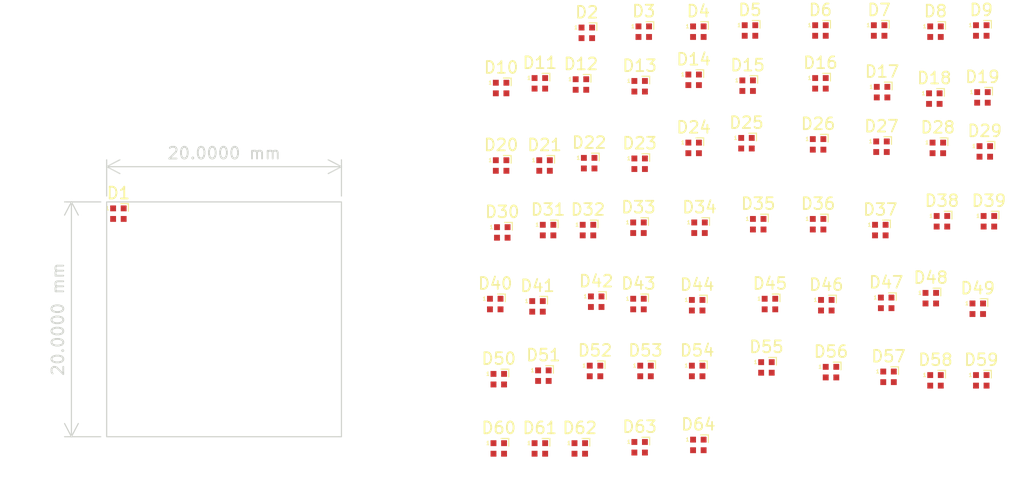
<source format=kicad_pcb>
(kicad_pcb (version 20211014) (generator pcbnew)
  (layers (0 "F.Cu" signal) (31 "B.Cu" signal) (34 "B.Paste" user) (35 "F.Paste" user) (36 "B.SilkS" user "B.Silkscreen") (37 "F.SilkS" user "F.Silkscreen") (38 "B.Mask" user) (39 "F.Mask" user) (44 "Edge.Cuts" user))
  (net 0 "")
  (net 1 "Net-(D1-Pad1)")
  (net 2 "GND")
  (net 3 "DIN")
  (net 4 "+5V")
  (net 5 "Net-(D2-Pad1)")
  (net 6 "Net-(D3-Pad1)")
  (net 7 "Net-(D4-Pad1)")
  (net 8 "Net-(D5-Pad1)")
  (net 9 "Net-(D6-Pad1)")
  (net 10 "Net-(D7-Pad1)")
  (net 11 "Net-(D9-Pad3)")
  (net 12 "Net-(D10-Pad3)")
  (net 13 "Net-(D10-Pad1)")
  (net 14 "Net-(D11-Pad1)")
  (net 15 "Net-(D12-Pad1)")
  (net 16 "Net-(D13-Pad1)")
  (net 17 "Net-(D14-Pad1)")
  (net 18 "Net-(D15-Pad1)")
  (net 19 "Net-(D17-Pad3)")
  (net 20 "Net-(D17-Pad1)")
  (net 21 "Net-(D18-Pad1)")
  (net 22 "Net-(D19-Pad1)")
  (net 23 "Net-(D20-Pad1)")
  (net 24 "Net-(D21-Pad1)")
  (net 25 "Net-(D22-Pad1)")
  (net 26 "Net-(D23-Pad1)")
  (net 27 "Net-(D24-Pad1)")
  (net 28 "Net-(D25-Pad1)")
  (net 29 "Net-(D26-Pad1)")
  (net 30 "Net-(D27-Pad1)")
  (net 31 "Net-(D28-Pad1)")
  (net 32 "Net-(D29-Pad1)")
  (net 33 "Net-(D30-Pad1)")
  (net 34 "Net-(D31-Pad1)")
  (net 35 "Net-(D32-Pad1)")
  (net 36 "Net-(D33-Pad1)")
  (net 37 "Net-(D34-Pad1)")
  (net 38 "Net-(D35-Pad1)")
  (net 39 "Net-(D36-Pad1)")
  (net 40 "Net-(D37-Pad1)")
  (net 41 "Net-(D38-Pad1)")
  (net 42 "Net-(D39-Pad1)")
  (net 43 "Net-(D41-Pad3)")
  (net 44 "Net-(D41-Pad1)")
  (net 45 "Net-(D42-Pad1)")
  (net 46 "Net-(D43-Pad1)")
  (net 47 "Net-(D44-Pad1)")
  (net 48 "Net-(D45-Pad1)")
  (net 49 "Net-(D46-Pad1)")
  (net 50 "Net-(D47-Pad1)")
  (net 51 "Net-(D49-Pad3)")
  (net 52 "Net-(D49-Pad1)")
  (net 53 "Net-(D50-Pad1)")
  (net 54 "Net-(D51-Pad1)")
  (net 55 "Net-(D52-Pad1)")
  (net 56 "Net-(D53-Pad1)")
  (net 57 "Net-(D54-Pad1)")
  (net 58 "Net-(D55-Pad1)")
  (net 59 "Net-(D56-Pad1)")
  (net 60 "Net-(D57-Pad1)")
  (net 61 "Net-(D58-Pad1)")
  (net 62 "Net-(D59-Pad1)")
  (net 63 "Net-(D60-Pad1)")
  (net 64 "Net-(D61-Pad1)")
  (net 65 "Net-(D62-Pad1)")
  (net 66 "Net-(D63-Pad1)")
  (net 67 "DOUT")
  (footprint "LED_SMD:LED_SK6812_EC15_1.5x1.5mm" (layer "F.Cu") (at 204.5 104.2)
    (fp_text reference "D59" (at 0 -1.75) (layer "F.SilkS"))
    (fp_text value "SK6805")
    (fp_text user "1" (at -0.925 -0.45) (layer "F.SilkS") (effects (font (size 0.3 0.3) (thickness 0.075))))
    (pad "1" smd rect (at -0.45 -0.45) (size 0.5 0.5) (layers "F.Cu" "F.Paste" "F.Mask") (net 62 "Net-(D59-Pad1)"))
    (pad "2" smd rect (at -0.45 0.45) (size 0.5 0.5) (layers "F.Cu" "F.Paste" "F.Mask") (net 2 "GND"))
    (pad "3" smd rect (at 0.45 0.45) (size 0.5 0.5) (layers "F.Cu" "F.Paste" "F.Mask") (net 61 "Net-(D58-Pad1)"))
    (pad "4" smd rect (at 0.45 -0.45) (size 0.5 0.5) (layers "F.Cu" "F.Paste" "F.Mask") (net 4 "+5V"))
  )
  (footprint "LED_SMD:LED_SK6812_EC15_1.5x1.5mm" (layer "F.Cu") (at 180.3 103.4)
    (fp_text reference "D54" (at 0 -1.75) (layer "F.SilkS"))
    (fp_text value "SK6805")
    (fp_text user "1" (at -0.925 -0.45) (layer "F.SilkS") (effects (font (size 0.3 0.3) (thickness 0.075))))
    (pad "1" smd rect (at -0.45 -0.45) (size 0.5 0.5) (layers "F.Cu" "F.Paste" "F.Mask") (net 57 "Net-(D54-Pad1)"))
    (pad "2" smd rect (at -0.45 0.45) (size 0.5 0.5) (layers "F.Cu" "F.Paste" "F.Mask") (net 2 "GND"))
    (pad "3" smd rect (at 0.45 0.45) (size 0.5 0.5) (layers "F.Cu" "F.Paste" "F.Mask") (net 56 "Net-(D53-Pad1)"))
    (pad "4" smd rect (at 0.45 -0.45) (size 0.5 0.5) (layers "F.Cu" "F.Paste" "F.Mask") (net 4 "+5V"))
  )
  (footprint "LED_SMD:LED_SK6812_EC15_1.5x1.5mm" (layer "F.Cu") (at 184.6 79.1)
    (fp_text reference "D15" (at 0 -1.75) (layer "F.SilkS"))
    (fp_text value "SK6805")
    (fp_text user "1" (at -0.925 -0.45) (layer "F.SilkS") (effects (font (size 0.3 0.3) (thickness 0.075))))
    (pad "1" smd rect (at -0.45 -0.45) (size 0.5 0.5) (layers "F.Cu" "F.Paste" "F.Mask") (net 18 "Net-(D15-Pad1)"))
    (pad "2" smd rect (at -0.45 0.45) (size 0.5 0.5) (layers "F.Cu" "F.Paste" "F.Mask") (net 2 "GND"))
    (pad "3" smd rect (at 0.45 0.45) (size 0.5 0.5) (layers "F.Cu" "F.Paste" "F.Mask") (net 17 "Net-(D14-Pad1)"))
    (pad "4" smd rect (at 0.45 -0.45) (size 0.5 0.5) (layers "F.Cu" "F.Paste" "F.Mask") (net 4 "+5V"))
  )
  (footprint "LED_SMD:LED_SK6812_EC15_1.5x1.5mm" (layer "F.Cu") (at 175.75 74.5)
    (fp_text reference "D3" (at 0 -1.75) (layer "F.SilkS"))
    (fp_text value "SK6805")
    (fp_text user "1" (at -0.925 -0.45) (layer "F.SilkS") (effects (font (size 0.3 0.3) (thickness 0.075))))
    (pad "1" smd rect (at -0.45 -0.45) (size 0.5 0.5) (layers "F.Cu" "F.Paste" "F.Mask") (net 6 "Net-(D3-Pad1)"))
    (pad "2" smd rect (at -0.45 0.45) (size 0.5 0.5) (layers "F.Cu" "F.Paste" "F.Mask") (net 2 "GND"))
    (pad "3" smd rect (at 0.45 0.45) (size 0.5 0.5) (layers "F.Cu" "F.Paste" "F.Mask") (net 5 "Net-(D2-Pad1)"))
    (pad "4" smd rect (at 0.45 -0.45) (size 0.5 0.5) (layers "F.Cu" "F.Paste" "F.Mask") (net 4 "+5V"))
  )
  (footprint "LED_SMD:LED_SK6812_EC15_1.5x1.5mm" (layer "F.Cu") (at 196.4 97.6)
    (fp_text reference "D47" (at 0 -1.75) (layer "F.SilkS"))
    (fp_text value "SK6805")
    (fp_text user "1" (at -0.925 -0.45) (layer "F.SilkS") (effects (font (size 0.3 0.3) (thickness 0.075))))
    (pad "1" smd rect (at -0.45 -0.45) (size 0.5 0.5) (layers "F.Cu" "F.Paste" "F.Mask") (net 50 "Net-(D47-Pad1)"))
    (pad "2" smd rect (at -0.45 0.45) (size 0.5 0.5) (layers "F.Cu" "F.Paste" "F.Mask") (net 2 "GND"))
    (pad "3" smd rect (at 0.45 0.45) (size 0.5 0.5) (layers "F.Cu" "F.Paste" "F.Mask") (net 49 "Net-(D46-Pad1)"))
    (pad "4" smd rect (at 0.45 -0.45) (size 0.5 0.5) (layers "F.Cu" "F.Paste" "F.Mask") (net 4 "+5V"))
  )
  (footprint "LED_SMD:LED_SK6812_EC15_1.5x1.5mm" (layer "F.Cu") (at 175.4 85.75)
    (fp_text reference "D23" (at 0 -1.75) (layer "F.SilkS"))
    (fp_text value "SK6805")
    (fp_text user "1" (at -0.925 -0.45) (layer "F.SilkS") (effects (font (size 0.3 0.3) (thickness 0.075))))
    (pad "1" smd rect (at -0.45 -0.45) (size 0.5 0.5) (layers "F.Cu" "F.Paste" "F.Mask") (net 26 "Net-(D23-Pad1)"))
    (pad "2" smd rect (at -0.45 0.45) (size 0.5 0.5) (layers "F.Cu" "F.Paste" "F.Mask") (net 2 "GND"))
    (pad "3" smd rect (at 0.45 0.45) (size 0.5 0.5) (layers "F.Cu" "F.Paste" "F.Mask") (net 25 "Net-(D22-Pad1)"))
    (pad "4" smd rect (at 0.45 -0.45) (size 0.5 0.5) (layers "F.Cu" "F.Paste" "F.Mask") (net 4 "+5V"))
  )
  (footprint "LED_SMD:LED_SK6812_EC15_1.5x1.5mm" (layer "F.Cu") (at 190.6 84.1)
    (fp_text reference "D26" (at 0 -1.75) (layer "F.SilkS"))
    (fp_text value "SK6805")
    (fp_text user "1" (at -0.925 -0.45) (layer "F.SilkS") (effects (font (size 0.3 0.3) (thickness 0.075))))
    (pad "1" smd rect (at -0.45 -0.45) (size 0.5 0.5) (layers "F.Cu" "F.Paste" "F.Mask") (net 29 "Net-(D26-Pad1)"))
    (pad "2" smd rect (at -0.45 0.45) (size 0.5 0.5) (layers "F.Cu" "F.Paste" "F.Mask") (net 2 "GND"))
    (pad "3" smd rect (at 0.45 0.45) (size 0.5 0.5) (layers "F.Cu" "F.Paste" "F.Mask") (net 28 "Net-(D25-Pad1)"))
    (pad "4" smd rect (at 0.45 -0.45) (size 0.5 0.5) (layers "F.Cu" "F.Paste" "F.Mask") (net 4 "+5V"))
  )
  (footprint "LED_SMD:LED_SK6812_EC15_1.5x1.5mm" (layer "F.Cu") (at 191.7 103.5)
    (fp_text reference "D56" (at 0 -1.75) (layer "F.SilkS"))
    (fp_text value "SK6805")
    (fp_text user "1" (at -0.925 -0.45) (layer "F.SilkS") (effects (font (size 0.3 0.3) (thickness 0.075))))
    (pad "1" smd rect (at -0.45 -0.45) (size 0.5 0.5) (layers "F.Cu" "F.Paste" "F.Mask") (net 59 "Net-(D56-Pad1)"))
    (pad "2" smd rect (at -0.45 0.45) (size 0.5 0.5) (layers "F.Cu" "F.Paste" "F.Mask") (net 2 "GND"))
    (pad "3" smd rect (at 0.45 0.45) (size 0.5 0.5) (layers "F.Cu" "F.Paste" "F.Mask") (net 58 "Net-(D55-Pad1)"))
    (pad "4" smd rect (at 0.45 -0.45) (size 0.5 0.5) (layers "F.Cu" "F.Paste" "F.Mask") (net 4 "+5V"))
  )
  (footprint "LED_SMD:LED_SK6812_EC15_1.5x1.5mm" (layer "F.Cu") (at 186.2 103.1)
    (fp_text reference "D55" (at 0 -1.75) (layer "F.SilkS"))
    (fp_text value "SK6805")
    (fp_text user "1" (at -0.925 -0.45) (layer "F.SilkS") (effects (font (size 0.3 0.3) (thickness 0.075))))
    (pad "1" smd rect (at -0.45 -0.45) (size 0.5 0.5) (layers "F.Cu" "F.Paste" "F.Mask") (net 58 "Net-(D55-Pad1)"))
    (pad "2" smd rect (at -0.45 0.45) (size 0.5 0.5) (layers "F.Cu" "F.Paste" "F.Mask") (net 2 "GND"))
    (pad "3" smd rect (at 0.45 0.45) (size 0.5 0.5) (layers "F.Cu" "F.Paste" "F.Mask") (net 57 "Net-(D54-Pad1)"))
    (pad "4" smd rect (at 0.45 -0.45) (size 0.5 0.5) (layers "F.Cu" "F.Paste" "F.Mask") (net 4 "+5V"))
  )
  (footprint "LED_SMD:LED_SK6812_EC15_1.5x1.5mm" (layer "F.Cu") (at 186.5 97.7)
    (fp_text reference "D45" (at 0 -1.75) (layer "F.SilkS"))
    (fp_text value "SK6805")
    (fp_text user "1" (at -0.925 -0.45) (layer "F.SilkS") (effects (font (size 0.3 0.3) (thickness 0.075))))
    (pad "1" smd rect (at -0.45 -0.45) (size 0.5 0.5) (layers "F.Cu" "F.Paste" "F.Mask") (net 48 "Net-(D45-Pad1)"))
    (pad "2" smd rect (at -0.45 0.45) (size 0.5 0.5) (layers "F.Cu" "F.Paste" "F.Mask") (net 2 "GND"))
    (pad "3" smd rect (at 0.45 0.45) (size 0.5 0.5) (layers "F.Cu" "F.Paste" "F.Mask") (net 47 "Net-(D44-Pad1)"))
    (pad "4" smd rect (at 0.45 -0.45) (size 0.5 0.5) (layers "F.Cu" "F.Paste" "F.Mask") (net 4 "+5V"))
  )
  (footprint "LED_SMD:LED_SK6812_EC15_1.5x1.5mm" (layer "F.Cu") (at 171 91.4)
    (fp_text reference "D32" (at 0 -1.75) (layer "F.SilkS"))
    (fp_text value "SK6805")
    (fp_text user "1" (at -0.925 -0.45) (layer "F.SilkS") (effects (font (size 0.3 0.3) (thickness 0.075))))
    (pad "1" smd rect (at -0.45 -0.45) (size 0.5 0.5) (layers "F.Cu" "F.Paste" "F.Mask") (net 35 "Net-(D32-Pad1)"))
    (pad "2" smd rect (at -0.45 0.45) (size 0.5 0.5) (layers "F.Cu" "F.Paste" "F.Mask") (net 2 "GND"))
    (pad "3" smd rect (at 0.45 0.45) (size 0.5 0.5) (layers "F.Cu" "F.Paste" "F.Mask") (net 34 "Net-(D31-Pad1)"))
    (pad "4" smd rect (at 0.45 -0.45) (size 0.5 0.5) (layers "F.Cu" "F.Paste" "F.Mask") (net 4 "+5V"))
  )
  (footprint "LED_SMD:LED_SK6812_EC15_1.5x1.5mm" (layer "F.Cu") (at 185.5 90.9)
    (fp_text reference "D35" (at 0 -1.75) (layer "F.SilkS"))
    (fp_text value "SK6805")
    (fp_text user "1" (at -0.925 -0.45) (layer "F.SilkS") (effects (font (size 0.3 0.3) (thickness 0.075))))
    (pad "1" smd rect (at -0.45 -0.45) (size 0.5 0.5) (layers "F.Cu" "F.Paste" "F.Mask") (net 38 "Net-(D35-Pad1)"))
    (pad "2" smd rect (at -0.45 0.45) (size 0.5 0.5) (layers "F.Cu" "F.Paste" "F.Mask") (net 2 "GND"))
    (pad "3" smd rect (at 0.45 0.45) (size 0.5 0.5) (layers "F.Cu" "F.Paste" "F.Mask") (net 37 "Net-(D34-Pad1)"))
    (pad "4" smd rect (at 0.45 -0.45) (size 0.5 0.5) (layers "F.Cu" "F.Paste" "F.Mask") (net 4 "+5V"))
  )
  (footprint "LED_SMD:LED_SK6812_EC15_1.5x1.5mm" (layer "F.Cu") (at 180.3 97.8)
    (fp_text reference "D44" (at 0 -1.75) (layer "F.SilkS"))
    (fp_text value "SK6805")
    (fp_text user "1" (at -0.925 -0.45) (layer "F.SilkS") (effects (font (size 0.3 0.3) (thickness 0.075))))
    (pad "1" smd rect (at -0.45 -0.45) (size 0.5 0.5) (layers "F.Cu" "F.Paste" "F.Mask") (net 47 "Net-(D44-Pad1)"))
    (pad "2" smd rect (at -0.45 0.45) (size 0.5 0.5) (layers "F.Cu" "F.Paste" "F.Mask") (net 2 "GND"))
    (pad "3" smd rect (at 0.45 0.45) (size 0.5 0.5) (layers "F.Cu" "F.Paste" "F.Mask") (net 46 "Net-(D43-Pad1)"))
    (pad "4" smd rect (at 0.45 -0.45) (size 0.5 0.5) (layers "F.Cu" "F.Paste" "F.Mask") (net 4 "+5V"))
  )
  (footprint "LED_SMD:LED_SK6812_EC15_1.5x1.5mm" (layer "F.Cu") (at 131 90)
    (fp_text reference "D1" (at 0 -1.75) (layer "F.SilkS"))
    (fp_text value "SK6805")
    (fp_text user "1" (at -0.925 -0.45) (layer "F.SilkS") (effects (font (size 0.3 0.3) (thickness 0.075))))
    (pad "1" smd rect (at -0.45 -0.45) (size 0.5 0.5) (layers "F.Cu" "F.Paste" "F.Mask") (net 1 "Net-(D1-Pad1)"))
    (pad "2" smd rect (at -0.45 0.45) (size 0.5 0.5) (layers "F.Cu" "F.Paste" "F.Mask") (net 2 "GND"))
    (pad "3" smd rect (at 0.45 0.45) (size 0.5 0.5) (layers "F.Cu" "F.Paste" "F.Mask") (net 3 "DIN"))
    (pad "4" smd rect (at 0.45 -0.45) (size 0.5 0.5) (layers "F.Cu" "F.Paste" "F.Mask") (net 4 "+5V"))
  )
  (footprint "LED_SMD:LED_SK6812_EC15_1.5x1.5mm" (layer "F.Cu") (at 163.6 85.9)
    (fp_text reference "D20" (at 0 -1.75) (layer "F.SilkS"))
    (fp_text value "SK6805")
    (fp_text user "1" (at -0.925 -0.45) (layer "F.SilkS") (effects (font (size 0.3 0.3) (thickness 0.075))))
    (pad "1" smd rect (at -0.45 -0.45) (size 0.5 0.5) (layers "F.Cu" "F.Paste" "F.Mask") (net 23 "Net-(D20-Pad1)"))
    (pad "2" smd rect (at -0.45 0.45) (size 0.5 0.5) (layers "F.Cu" "F.Paste" "F.Mask") (net 2 "GND"))
    (pad "3" smd rect (at 0.45 0.45) (size 0.5 0.5) (layers "F.Cu" "F.Paste" "F.Mask") (net 22 "Net-(D19-Pad1)"))
    (pad "4" smd rect (at 0.45 -0.45) (size 0.5 0.5) (layers "F.Cu" "F.Paste" "F.Mask") (net 4 "+5V"))
  )
  (footprint "LED_SMD:LED_SK6812_EC15_1.5x1.5mm" (layer "F.Cu") (at 200.6 104.2)
    (fp_text reference "D58" (at 0 -1.75) (layer "F.SilkS"))
    (fp_text value "SK6805")
    (fp_text user "1" (at -0.925 -0.45) (layer "F.SilkS") (effects (font (size 0.3 0.3) (thickness 0.075))))
    (pad "1" smd rect (at -0.45 -0.45) (size 0.5 0.5) (layers "F.Cu" "F.Paste" "F.Mask") (net 61 "Net-(D58-Pad1)"))
    (pad "2" smd rect (at -0.45 0.45) (size 0.5 0.5) (layers "F.Cu" "F.Paste" "F.Mask") (net 2 "GND"))
    (pad "3" smd rect (at 0.45 0.45) (size 0.5 0.5) (layers "F.Cu" "F.Paste" "F.Mask") (net 60 "Net-(D57-Pad1)"))
    (pad "4" smd rect (at 0.45 -0.45) (size 0.5 0.5) (layers "F.Cu" "F.Paste" "F.Mask") (net 4 "+5V"))
  )
  (footprint "LED_SMD:LED_SK6812_EC15_1.5x1.5mm" (layer "F.Cu") (at 175.4 109.9)
    (fp_text reference "D63" (at 0 -1.75) (layer "F.SilkS"))
    (fp_text value "SK6805")
    (fp_text user "1" (at -0.925 -0.45) (layer "F.SilkS") (effects (font (size 0.3 0.3) (thickness 0.075))))
    (pad "1" smd rect (at -0.45 -0.45) (size 0.5 0.5) (layers "F.Cu" "F.Paste" "F.Mask") (net 66 "Net-(D63-Pad1)"))
    (pad "2" smd rect (at -0.45 0.45) (size 0.5 0.5) (layers "F.Cu" "F.Paste" "F.Mask") (net 2 "GND"))
    (pad "3" smd rect (at 0.45 0.45) (size 0.5 0.5) (layers "F.Cu" "F.Paste" "F.Mask") (net 65 "Net-(D62-Pad1)"))
    (pad "4" smd rect (at 0.45 -0.45) (size 0.5 0.5) (layers "F.Cu" "F.Paste" "F.Mask") (net 4 "+5V"))
  )
  (footprint "LED_SMD:LED_SK6812_EC15_1.5x1.5mm" (layer "F.Cu") (at 163.1 97.7)
    (fp_text reference "D40" (at 0 -1.75) (layer "F.SilkS"))
    (fp_text value "SK6805")
    (fp_text user "1" (at -0.925 -0.45) (layer "F.SilkS") (effects (font (size 0.3 0.3) (thickness 0.075))))
    (pad "1" smd rect (at -0.45 -0.45) (size 0.5 0.5) (layers "F.Cu" "F.Paste" "F.Mask") (net 43 "Net-(D41-Pad3)"))
    (pad "2" smd rect (at -0.45 0.45) (size 0.5 0.5) (layers "F.Cu" "F.Paste" "F.Mask") (net 2 "GND"))
    (pad "3" smd rect (at 0.45 0.45) (size 0.5 0.5) (layers "F.Cu" "F.Paste" "F.Mask") (net 42 "Net-(D39-Pad1)"))
    (pad "4" smd rect (at 0.45 -0.45) (size 0.5 0.5) (layers "F.Cu" "F.Paste" "F.Mask") (net 4 "+5V"))
  )
  (footprint "LED_SMD:LED_SK6812_EC15_1.5x1.5mm" (layer "F.Cu") (at 170.3 110)
    (fp_text reference "D62" (at 0 -1.75) (layer "F.SilkS"))
    (fp_text value "SK6805")
    (fp_text user "1" (at -0.925 -0.45) (layer "F.SilkS") (effects (font (size 0.3 0.3) (thickness 0.075))))
    (pad "1" smd rect (at -0.45 -0.45) (size 0.5 0.5) (layers "F.Cu" "F.Paste" "F.Mask") (net 65 "Net-(D62-Pad1)"))
    (pad "2" smd rect (at -0.45 0.45) (size 0.5 0.5) (layers "F.Cu" "F.Paste" "F.Mask") (net 2 "GND"))
    (pad "3" smd rect (at 0.45 0.45) (size 0.5 0.5) (layers "F.Cu" "F.Paste" "F.Mask") (net 64 "Net-(D61-Pad1)"))
    (pad "4" smd rect (at 0.45 -0.45) (size 0.5 0.5) (layers "F.Cu" "F.Paste" "F.Mask") (net 4 "+5V"))
  )
  (footprint "LED_SMD:LED_SK6812_EC15_1.5x1.5mm" (layer "F.Cu") (at 180.4 109.7)
    (fp_text reference "D64" (at 0 -1.75) (layer "F.SilkS"))
    (fp_text value "SK6805")
    (fp_text user "1" (at -0.925 -0.45) (layer "F.SilkS") (effects (font (size 0.3 0.3) (thickness 0.075))))
    (pad "1" smd rect (at -0.45 -0.45) (size 0.5 0.5) (layers "F.Cu" "F.Paste" "F.Mask") (net 67 "DOUT"))
    (pad "2" smd rect (at -0.45 0.45) (size 0.5 0.5) (layers "F.Cu" "F.Paste" "F.Mask") (net 2 "GND"))
    (pad "3" smd rect (at 0.45 0.45) (size 0.5 0.5) (layers "F.Cu" "F.Paste" "F.Mask") (net 66 "Net-(D63-Pad1)"))
    (pad "4" smd rect (at 0.45 -0.45) (size 0.5 0.5) (layers "F.Cu" "F.Paste" "F.Mask") (net 4 "+5V"))
  )
  (footprint "LED_SMD:LED_SK6812_EC15_1.5x1.5mm" (layer "F.Cu") (at 175.3 97.7)
    (fp_text reference "D43" (at 0 -1.75) (layer "F.SilkS"))
    (fp_text value "SK6805")
    (fp_text user "1" (at -0.925 -0.45) (layer "F.SilkS") (effects (font (size 0.3 0.3) (thickness 0.075))))
    (pad "1" smd rect (at -0.45 -0.45) (size 0.5 0.5) (layers "F.Cu" "F.Paste" "F.Mask") (net 46 "Net-(D43-Pad1)"))
    (pad "2" smd rect (at -0.45 0.45) (size 0.5 0.5) (layers "F.Cu" "F.Paste" "F.Mask") (net 2 "GND"))
    (pad "3" smd rect (at 0.45 0.45) (size 0.5 0.5) (layers "F.Cu" "F.Paste" "F.Mask") (net 45 "Net-(D42-Pad1)"))
    (pad "4" smd rect (at 0.45 -0.45) (size 0.5 0.5) (layers "F.Cu" "F.Paste" "F.Mask") (net 4 "+5V"))
  )
  (footprint "LED_SMD:LED_SK6812_EC15_1.5x1.5mm" (layer "F.Cu") (at 204.2 98.1)
    (fp_text reference "D49" (at 0 -1.75) (layer "F.SilkS"))
    (fp_text value "SK6805")
    (fp_text user "1" (at -0.925 -0.45) (layer "F.SilkS") (effects (font (size 0.3 0.3) (thickness 0.075))))
    (pad "1" smd rect (at -0.45 -0.45) (size 0.5 0.5) (layers "F.Cu" "F.Paste" "F.Mask") (net 52 "Net-(D49-Pad1)"))
    (pad "2" smd rect (at -0.45 0.45) (size 0.5 0.5) (layers "F.Cu" "F.Paste" "F.Mask") (net 2 "GND"))
    (pad "3" smd rect (at 0.45 0.45) (size 0.5 0.5) (layers "F.Cu" "F.Paste" "F.Mask") (net 51 "Net-(D49-Pad3)"))
    (pad "4" smd rect (at 0.45 -0.45) (size 0.5 0.5) (layers "F.Cu" "F.Paste" "F.Mask") (net 4 "+5V"))
  )
  (footprint "LED_SMD:LED_SK6812_EC15_1.5x1.5mm" (layer "F.Cu") (at 200.5 80.2)
    (fp_text reference "D18" (at 0 -1.75) (layer "F.SilkS"))
    (fp_text value "SK6805")
    (fp_text user "1" (at -0.925 -0.45) (layer "F.SilkS") (effects (font (size 0.3 0.3) (thickness 0.075))))
    (pad "1" smd rect (at -0.45 -0.45) (size 0.5 0.5) (layers "F.Cu" "F.Paste" "F.Mask") (net 21 "Net-(D18-Pad1)"))
    (pad "2" smd rect (at -0.45 0.45) (size 0.5 0.5) (layers "F.Cu" "F.Paste" "F.Mask") (net 2 "GND"))
    (pad "3" smd rect (at 0.45 0.45) (size 0.5 0.5) (layers "F.Cu" "F.Paste" "F.Mask") (net 20 "Net-(D17-Pad1)"))
    (pad "4" smd rect (at 0.45 -0.45) (size 0.5 0.5) (layers "F.Cu" "F.Paste" "F.Mask") (net 4 "+5V"))
  )
  (footprint "LED_SMD:LED_SK6812_EC15_1.5x1.5mm" (layer "F.Cu") (at 205.15 90.65)
    (fp_text reference "D39" (at 0 -1.75) (layer "F.SilkS"))
    (fp_text value "SK6805")
    (fp_text user "1" (at -0.925 -0.45) (layer "F.SilkS") (effects (font (size 0.3 0.3) (thickness 0.075))))
    (pad "1" smd rect (at -0.45 -0.45) (size 0.5 0.5) (layers "F.Cu" "F.Paste" "F.Mask") (net 42 "Net-(D39-Pad1)"))
    (pad "2" smd rect (at -0.45 0.45) (size 0.5 0.5) (layers "F.Cu" "F.Paste" "F.Mask") (net 2 "GND"))
    (pad "3" smd rect (at 0.45 0.45) (size 0.5 0.5) (layers "F.Cu" "F.Paste" "F.Mask") (net 41 "Net-(D38-Pad1)"))
    (pad "4" smd rect (at 0.45 -0.45) (size 0.5 0.5) (layers "F.Cu" "F.Paste" "F.Mask") (net 4 "+5V"))
  )
  (footprint "LED_SMD:LED_SK6812_EC15_1.5x1.5mm" (layer "F.Cu") (at 195.9 91.4)
    (fp_text reference "D37" (at 0 -1.75) (layer "F.SilkS"))
    (fp_text value "SK6805")
    (fp_text user "1" (at -0.925 -0.45) (layer "F.SilkS") (effects (font (size 0.3 0.3) (thickness 0.075))))
    (pad "1" smd rect (at -0.45 -0.45) (size 0.5 0.5) (layers "F.Cu" "F.Paste" "F.Mask") (net 40 "Net-(D37-Pad1)"))
    (pad "2" smd rect (at -0.45 0.45) (size 0.5 0.5) (layers "F.Cu" "F.Paste" "F.Mask") (net 2 "GND"))
    (pad "3" smd rect (at 0.45 0.45) (size 0.5 0.5) (layers "F.Cu" "F.Paste" "F.Mask") (net 39 "Net-(D36-Pad1)"))
    (pad "4" smd rect (at 0.45 -0.45) (size 0.5 0.5) (layers "F.Cu" "F.Paste" "F.Mask") (net 4 "+5V"))
  )
  (footprint "LED_SMD:LED_SK6812_EC15_1.5x1.5mm" (layer "F.Cu") (at 171.7 97.5)
    (fp_text reference "D42" (at 0 -1.75) (layer "F.SilkS"))
    (fp_text value "SK6805")
    (fp_text user "1" (at -0.925 -0.45) (layer "F.SilkS") (effects (font (size 0.3 0.3) (thickness 0.075))))
    (pad "1" smd rect (at -0.45 -0.45) (size 0.5 0.5) (layers "F.Cu" "F.Paste" "F.Mask") (net 45 "Net-(D42-Pad1)"))
    (pad "2" smd rect (at -0.45 0.45) (size 0.5 0.5) (layers "F.Cu" "F.Paste" "F.Mask") (net 2 "GND"))
    (pad "3" smd rect (at 0.45 0.45) (size 0.5 0.5) (layers "F.Cu" "F.Paste" "F.Mask") (net 44 "Net-(D41-Pad1)"))
    (pad "4" smd rect (at 0.45 -0.45) (size 0.5 0.5) (layers "F.Cu" "F.Paste" "F.Mask") (net 4 "+5V"))
  )
  (footprint "LED_SMD:LED_SK6812_EC15_1.5x1.5mm" (layer "F.Cu") (at 166.9 110)
    (fp_text reference "D61" (at 0 -1.75) (layer "F.SilkS"))
    (fp_text value "SK6805")
    (fp_text user "1" (at -0.925 -0.45) (layer "F.SilkS") (effects (font (size 0.3 0.3) (thickness 0.075))))
    (pad "1" smd rect (at -0.45 -0.45) (size 0.5 0.5) (layers "F.Cu" "F.Paste" "F.Mask") (net 64 "Net-(D61-Pad1)"))
    (pad "2" smd rect (at -0.45 0.45) (size 0.5 0.5) (layers "F.Cu" "F.Paste" "F.Mask") (net 2 "GND"))
    (pad "3" smd rect (at 0.45 0.45) (size 0.5 0.5) (layers "F.Cu" "F.Paste" "F.Mask") (net 63 "Net-(D60-Pad1)"))
    (pad "4" smd rect (at 0.45 -0.45) (size 0.5 0.5) (layers "F.Cu" "F.Paste" "F.Mask") (net 4 "+5V"))
  )
  (footprint "LED_SMD:LED_SK6812_EC15_1.5x1.5mm" (layer "F.Cu") (at 184.8 74.4)
    (fp_text reference "D5" (at 0 -1.75) (layer "F.SilkS"))
    (fp_text value "SK6805")
    (fp_text user "1" (at -0.925 -0.45) (layer "F.SilkS") (effects (font (size 0.3 0.3) (thickness 0.075))))
    (pad "1" smd rect (at -0.45 -0.45) (size 0.5 0.5) (layers "F.Cu" "F.Paste" "F.Mask") (net 8 "Net-(D5-Pad1)"))
    (pad "2" smd rect (at -0.45 0.45) (size 0.5 0.5) (layers "F.Cu" "F.Paste" "F.Mask") (net 2 "GND"))
    (pad "3" smd rect (at 0.45 0.45) (size 0.5 0.5) (layers "F.Cu" "F.Paste" "F.Mask") (net 7 "Net-(D4-Pad1)"))
    (pad "4" smd rect (at 0.45 -0.45) (size 0.5 0.5) (layers "F.Cu" "F.Paste" "F.Mask") (net 4 "+5V"))
  )
  (footprint "LED_SMD:LED_SK6812_EC15_1.5x1.5mm" (layer "F.Cu") (at 200.8 84.4)
    (fp_text reference "D28" (at 0 -1.75) (layer "F.SilkS"))
    (fp_text value "SK6805")
    (fp_text user "1" (at -0.925 -0.45) (layer "F.SilkS") (effects (font (size 0.3 0.3) (thickness 0.075))))
    (pad "1" smd rect (at -0.45 -0.45) (size 0.5 0.5) (layers "F.Cu" "F.Paste" "F.Mask") (net 31 "Net-(D28-Pad1)"))
    (pad "2" smd rect (at -0.45 0.45) (size 0.5 0.5) (layers "F.Cu" "F.Paste" "F.Mask") (net 2 "GND"))
    (pad "3" smd rect (at 0.45 0.45) (size 0.5 0.5) (layers "F.Cu" "F.Paste" "F.Mask") (net 30 "Net-(D27-Pad1)"))
    (pad "4" smd rect (at 0.45 -0.45) (size 0.5 0.5) (layers "F.Cu" "F.Paste" "F.Mask") (net 4 "+5V"))
  )
  (footprint "LED_SMD:LED_SK6812_EC15_1.5x1.5mm" (layer "F.Cu") (at 196 84.3)
    (fp_text reference "D27" (at 0 -1.75) (layer "F.SilkS"))
    (fp_text value "SK6805")
    (fp_text user "1" (at -0.925 -0.45) (layer "F.SilkS") (effects (font (size 0.3 0.3) (thickness 0.075))))
    (pad "1" smd rect (at -0.45 -0.45) (size 0.5 0.5) (layers "F.Cu" "F.Paste" "F.Mask") (net 30 "Net-(D27-Pad1)"))
    (pad "2" smd rect (at -0.45 0.45) (size 0.5 0.5) (layers "F.Cu" "F.Paste" "F.Mask") (net 2 "GND"))
    (pad "3" smd rect (at 0.45 0.45) (size 0.5 0.5) (layers "F.Cu" "F.Paste" "F.Mask") (net 29 "Net-(D26-Pad1)"))
    (pad "4" smd rect (at 0.45 -0.45) (size 0.5 0.5) (layers "F.Cu" "F.Paste" "F.Mask") (net 4 "+5V"))
  )
  (footprint "LED_SMD:LED_SK6812_EC15_1.5x1.5mm" (layer "F.Cu") (at 204.6 80.1)
    (fp_text reference "D19" (at 0 -1.75) (layer "F.SilkS"))
    (fp_text value "SK6805")
    (fp_text user "1" (at -0.925 -0.45) (layer "F.SilkS") (effects (font (size 0.3 0.3) (thickness 0.075))))
    (pad "1" smd rect (at -0.45 -0.45) (size 0.5 0.5) (layers "F.Cu" "F.Paste" "F.Mask") (net 22 "Net-(D19-Pad1)"))
    (pad "2" smd rect (at -0.45 0.45) (size 0.5 0.5) (layers "F.Cu" "F.Paste" "F.Mask") (net 2 "GND"))
    (pad "3" smd rect (at 0.45 0.45) (size 0.5 0.5) (layers "F.Cu" "F.Paste" "F.Mask") (net 21 "Net-(D18-Pad1)"))
    (pad "4" smd rect (at 0.45 -0.45) (size 0.5 0.5) (layers "F.Cu" "F.Paste" "F.Mask") (net 4 "+5V"))
  )
  (footprint "LED_SMD:LED_SK6812_EC15_1.5x1.5mm" (layer "F.Cu") (at 196.6 103.9)
    (fp_text reference "D57" (at 0 -1.75) (layer "F.SilkS"))
    (fp_text value "SK6805")
    (fp_text user "1" (at -0.925 -0.45) (layer "F.SilkS") (effects (font (size 0.3 0.3) (thickness 0.075))))
    (pad "1" smd rect (at -0.45 -0.45) (size 0.5 0.5) (layers "F.Cu" "F.Paste" "F.Mask") (net 60 "Net-(D57-Pad1)"))
    (pad "2" smd rect (at -0.45 0.45) (size 0.5 0.5) (layers "F.Cu" "F.Paste" "F.Mask") (net 2 "GND"))
    (pad "3" smd rect (at 0.45 0.45) (size 0.5 0.5) (layers "F.Cu" "F.Paste" "F.Mask") (net 59 "Net-(D56-Pad1)"))
    (pad "4" smd rect (at 0.45 -0.45) (size 0.5 0.5) (layers "F.Cu" "F.Paste" "F.Mask") (net 4 "+5V"))
  )
  (footprint "LED_SMD:LED_SK6812_EC15_1.5x1.5mm" (layer "F.Cu") (at 163.7 91.6)
    (fp_text reference "D30" (at 0 -1.75) (layer "F.SilkS"))
    (fp_text value "SK6805")
    (fp_text user "1" (at -0.925 -0.45) (layer "F.SilkS") (effects (font (size 0.3 0.3) (thickness 0.075))))
    (pad "1" smd rect (at -0.45 -0.45) (size 0.5 0.5) (layers "F.Cu" "F.Paste" "F.Mask") (net 33 "Net-(D30-Pad1)"))
    (pad "2" smd rect (at -0.45 0.45) (size 0.5 0.5) (layers "F.Cu" "F.Paste" "F.Mask") (net 2 "GND"))
    (pad "3" smd rect (at 0.45 0.45) (size 0.5 0.5) (layers "F.Cu" "F.Paste" "F.Mask") (net 32 "Net-(D29-Pad1)"))
    (pad "4" smd rect (at 0.45 -0.45) (size 0.5 0.5) (layers "F.Cu" "F.Paste" "F.Mask") (net 4 "+5V"))
  )
  (footprint "LED_SMD:LED_SK6812_EC15_1.5x1.5mm" (layer "F.Cu") (at 170.9 74.6)
    (fp_text reference "D2" (at 0 -1.75) (layer "F.SilkS"))
    (fp_text value "SK6805")
    (fp_text user "1" (at -0.925 -0.45) (layer "F.SilkS") (effects (font (size 0.3 0.3) (thickness 0.075))))
    (pad "1" smd rect (at -0.45 -0.45) (size 0.5 0.5) (layers "F.Cu" "F.Paste" "F.Mask") (net 5 "Net-(D2-Pad1)"))
    (pad "2" smd rect (at -0.45 0.45) (size 0.5 0.5) (layers "F.Cu" "F.Paste" "F.Mask") (net 2 "GND"))
    (pad "3" smd rect (at 0.45 0.45) (size 0.5 0.5) (layers "F.Cu" "F.Paste" "F.Mask") (net 1 "Net-(D1-Pad1)"))
    (pad "4" smd rect (at 0.45 -0.45) (size 0.5 0.5) (layers "F.Cu" "F.Paste" "F.Mask") (net 4 "+5V"))
  )
  (footprint "LED_SMD:LED_SK6812_EC15_1.5x1.5mm" (layer "F.Cu") (at 190.8 78.9)
    (fp_text reference "D16" (at 0 -1.75) (layer "F.SilkS"))
    (fp_text value "SK6805")
    (fp_text user "1" (at -0.925 -0.45) (layer "F.SilkS") (effects (font (size 0.3 0.3) (thickness 0.075))))
    (pad "1" smd rect (at -0.45 -0.45) (size 0.5 0.5) (layers "F.Cu" "F.Paste" "F.Mask") (net 19 "Net-(D17-Pad3)"))
    (pad "2" smd rect (at -0.45 0.45) (size 0.5 0.5) (layers "F.Cu" "F.Paste" "F.Mask") (net 2 "GND"))
    (pad "3" smd rect (at 0.45 0.45) (size 0.5 0.5) (layers "F.Cu" "F.Paste" "F.Mask") (net 18 "Net-(D15-Pad1)"))
    (pad "4" smd rect (at 0.45 -0.45) (size 0.5 0.5) (layers "F.Cu" "F.Paste" "F.Mask") (net 4 "+5V"))
  )
  (footprint "LED_SMD:LED_SK6812_EC15_1.5x1.5mm" (layer "F.Cu") (at 175.9 103.4)
    (fp_text reference "D53" (at 0 -1.75) (layer "F.SilkS"))
    (fp_text value "SK6805")
    (fp_text user "1" (at -0.925 -0.45) (layer "F.SilkS") (effects (font (size 0.3 0.3) (thickness 0.075))))
    (pad "1" smd rect (at -0.45 -0.45) (size 0.5 0.5) (layers "F.Cu" "F.Paste" "F.Mask") (net 56 "Net-(D53-Pad1)"))
    (pad "2" smd rect (at -0.45 0.45) (size 0.5 0.5) (layers "F.Cu" "F.Paste" "F.Mask") (net 2 "GND"))
    (pad "3" smd rect (at 0.45 0.45) (size 0.5 0.5) (layers "F.Cu" "F.Paste" "F.Mask") (net 55 "Net-(D52-Pad1)"))
    (pad "4" smd rect (at 0.45 -0.45) (size 0.5 0.5) (layers "F.Cu" "F.Paste" "F.Mask") (net 4 "+5V"))
  )
  (footprint "LED_SMD:LED_SK6812_EC15_1.5x1.5mm" (layer "F.Cu") (at 166.9 78.9)
    (fp_text reference "D11" (at 0 -1.75) (layer "F.SilkS"))
    (fp_text value "SK6805")
    (fp_text user "1" (at -0.925 -0.45) (layer "F.SilkS") (effects (font (size 0.3 0.3) (thickness 0.075))))
    (pad "1" smd rect (at -0.45 -0.45) (size 0.5 0.5) (layers "F.Cu" "F.Paste" "F.Mask") (net 14 "Net-(D11-Pad1)"))
    (pad "2" smd rect (at -0.45 0.45) (size 0.5 0.5) (layers "F.Cu" "F.Paste" "F.Mask") (net 2 "GND"))
    (pad "3" smd rect (at 0.45 0.45) (size 0.5 0.5) (layers "F.Cu" "F.Paste" "F.Mask") (net 13 "Net-(D10-Pad1)"))
    (pad "4" smd rect (at 0.45 -0.45) (size 0.5 0.5) (layers "F.Cu" "F.Paste" "F.Mask") (net 4 "+5V"))
  )
  (footprint "LED_SMD:LED_SK6812_EC15_1.5x1.5mm" (layer "F.Cu") (at 163.4 110)
    (fp_text reference "D60" (at 0 -1.75) (layer "F.SilkS"))
    (fp_text value "SK6805")
    (fp_text user "1" (at -0.925 -0.45) (layer "F.SilkS") (effects (font (size 0.3 0.3) (thickness 0.075))))
    (pad "1" smd rect (at -0.45 -0.45) (size 0.5 0.5) (layers "F.Cu" "F.Paste" "F.Mask") (net 63 "Net-(D60-Pad1)"))
    (pad "2" smd rect (at -0.45 0.45) (size 0.5 0.5) (layers "F.Cu" "F.Paste" "F.Mask") (net 2 "GND"))
    (pad "3" smd rect (at 0.45 0.45) (size 0.5 0.5) (layers "F.Cu" "F.Paste" "F.Mask") (net 62 "Net-(D59-Pad1)"))
    (pad "4" smd rect (at 0.45 -0.45) (size 0.5 0.5) (layers "F.Cu" "F.Paste" "F.Mask") (net 4 "+5V"))
  )
  (footprint "LED_SMD:LED_SK6812_EC15_1.5x1.5mm" (layer "F.Cu") (at 180.5 91.2)
    (fp_text reference "D34" (at 0 -1.75) (layer "F.SilkS"))
    (fp_text value "SK6805")
    (fp_text user "1" (at -0.925 -0.45) (layer "F.SilkS") (effects (font (size 0.3 0.3) (thickness 0.075))))
    (pad "1" smd rect (at -0.45 -0.45) (size 0.5 0.5) (layers "F.Cu" "F.Paste" "F.Mask") (net 37 "Net-(D34-Pad1)"))
    (pad "2" smd rect (at -0.45 0.45) (size 0.5 0.5) (layers "F.Cu" "F.Paste" "F.Mask") (net 2 "GND"))
    (pad "3" smd rect (at 0.45 0.45) (size 0.5 0.5) (layers "F.Cu" "F.Paste" "F.Mask") (net 36 "Net-(D33-Pad1)"))
    (pad "4" smd rect (at 0.45 -0.45) (size 0.5 0.5) (layers "F.Cu" "F.Paste" "F.Mask") (net 4 "+5V"))
  )
  (footprint "LED_SMD:LED_SK6812_EC15_1.5x1.5mm" (layer "F.Cu") (at 167.6 91.4)
    (fp_text reference "D31" (at 0 -1.75) (layer "F.SilkS"))
    (fp_text value "SK6805")
    (fp_text user "1" (at -0.925 -0.45) (layer "F.SilkS") (effects (font (size 0.3 0.3) (thickness 0.075))))
    (pad "1" smd rect (at -0.45 -0.45) (size 0.5 0.5) (layers "F.Cu" "F.Paste" "F.Mask") (net 34 "Net-(D31-Pad1)"))
    (pad "2" smd rect (at -0.45 0.45) (size 0.5 0.5) (layers "F.Cu" "F.Paste" "F.Mask") (net 2 "GND"))
    (pad "3" smd rect (at 0.45 0.45) (size 0.5 0.5) (layers "F.Cu" "F.Paste" "F.Mask") (net 33 "Net-(D30-Pad1)"))
    (pad "4" smd rect (at 0.45 -0.45) (size 0.5 0.5) (layers "F.Cu" "F.Paste" "F.Mask") (net 4 "+5V"))
  )
  (footprint "LED_SMD:LED_SK6812_EC15_1.5x1.5mm" (layer "F.Cu") (at 204.8 84.7)
    (fp_text reference "D29" (at 0 -1.75) (layer "F.SilkS"))
    (fp_text value "SK6805")
    (fp_text user "1" (at -0.925 -0.45) (layer "F.SilkS") (effects (font (size 0.3 0.3) (thickness 0.075))))
    (pad "1" smd rect (at -0.45 -0.45) (size 0.5 0.5) (layers "F.Cu" "F.Paste" "F.Mask") (net 32 "Net-(D29-Pad1)"))
    (pad "2" smd rect (at -0.45 0.45) (size 0.5 0.5) (layers "F.Cu" "F.Paste" "F.Mask") (net 2 "GND"))
    (pad "3" smd rect (at 0.45 0.45) (size 0.5 0.5) (layers "F.Cu" "F.Paste" "F.Mask") (net 31 "Net-(D28-Pad1)"))
    (pad "4" smd rect (at 0.45 -0.45) (size 0.5 0.5) (layers "F.Cu" "F.Paste" "F.Mask") (net 4 "+5V"))
  )
  (footprint "LED_SMD:LED_SK6812_EC15_1.5x1.5mm" (layer "F.Cu") (at 190.6 90.9)
    (fp_text reference "D36" (at 0 -1.75) (layer "F.SilkS"))
    (fp_text value "SK6805")
    (fp_text user "1" (at -0.925 -0.45) (layer "F.SilkS") (effects (font (size 0.3 0.3) (thickness 0.075))))
    (pad "1" smd rect (at -0.45 -0.45) (size 0.5 0.5) (layers "F.Cu" "F.Paste" "F.Mask") (net 39 "Net-(D36-Pad1)"))
    (pad "2" smd rect (at -0.45 0.45) (size 0.5 0.5) (layers "F.Cu" "F.Paste" "F.Mask") (net 2 "GND"))
    (pad "3" smd rect (at 0.45 0.45) (size 0.5 0.5) (layers "F.Cu" "F.Paste" "F.Mask") (net 38 "Net-(D35-Pad1)"))
    (pad "4" smd rect (at 0.45 -0.45) (size 0.5 0.5) (layers "F.Cu" "F.Paste" "F.Mask") (net 4 "+5V"))
  )
  (footprint "LED_SMD:LED_SK6812_EC15_1.5x1.5mm" (layer "F.Cu") (at 180.4 74.5)
    (fp_text reference "D4" (at 0 -1.75) (layer "F.SilkS"))
    (fp_text value "SK6805")
    (fp_text user "1" (at -0.925 -0.45) (layer "F.SilkS") (effects (font (size 0.3 0.3) (thickness 0.075))))
    (pad "1" smd rect (at -0.45 -0.45) (size 0.5 0.5) (layers "F.Cu" "F.Paste" "F.Mask") (net 7 "Net-(D4-Pad1)"))
    (pad "2" smd rect (at -0.45 0.45) (size 0.5 0.5) (layers "F.Cu" "F.Paste" "F.Mask") (net 2 "GND"))
    (pad "3" smd rect (at 0.45 0.45) (size 0.5 0.5) (layers "F.Cu" "F.Paste" "F.Mask") (net 6 "Net-(D3-Pad1)"))
    (pad "4" smd rect (at 0.45 -0.45) (size 0.5 0.5) (layers "F.Cu" "F.Paste" "F.Mask") (net 4 "+5V"))
  )
  (footprint "LED_SMD:LED_SK6812_EC15_1.5x1.5mm" (layer "F.Cu") (at 170.4 79)
    (fp_text reference "D12" (at 0 -1.75) (layer "F.SilkS"))
    (fp_text value "SK6805")
    (fp_text user "1" (at -0.925 -0.45) (layer "F.SilkS") (effects (font (size 0.3 0.3) (thickness 0.075))))
    (pad "1" smd rect (at -0.45 -0.45) (size 0.5 0.5) (layers "F.Cu" "F.Paste" "F.Mask") (net 15 "Net-(D12-Pad1)"))
    (pad "2" smd rect (at -0.45 0.45) (size 0.5 0.5) (layers "F.Cu" "F.Paste" "F.Mask") (net 2 "GND"))
    (pad "3" smd rect (at 0.45 0.45) (size 0.5 0.5) (layers "F.Cu" "F.Paste" "F.Mask") (net 14 "Net-(D11-Pad1)"))
    (pad "4" smd rect (at 0.45 -0.45) (size 0.5 0.5) (layers "F.Cu" "F.Paste" "F.Mask") (net 4 "+5V"))
  )
  (footprint "LED_SMD:LED_SK6812_EC15_1.5x1.5mm" (layer "F.Cu") (at 195.8 74.4)
    (fp_text reference "D7" (at 0 -1.75) (layer "F.SilkS"))
    (fp_text value "SK6805")
    (fp_text user "1" (at -0.925 -0.45) (layer "F.SilkS") (effects (font (size 0.3 0.3) (thickness 0.075))))
    (pad "1" smd rect (at -0.45 -0.45) (size 0.5 0.5) (layers "F.Cu" "F.Paste" "F.Mask") (net 10 "Net-(D7-Pad1)"))
    (pad "2" smd rect (at -0.45 0.45) (size 0.5 0.5) (layers "F.Cu" "F.Paste" "F.Mask") (net 2 "GND"))
    (pad "3" smd rect (at 0.45 0.45) (size 0.5 0.5) (layers "F.Cu" "F.Paste" "F.Mask") (net 9 "Net-(D6-Pad1)"))
    (pad "4" smd rect (at 0.45 -0.45) (size 0.5 0.5) (layers "F.Cu" "F.Paste" "F.Mask") (net 4 "+5V"))
  )
  (footprint "LED_SMD:LED_SK6812_EC15_1.5x1.5mm" (layer "F.Cu") (at 190.8 74.4)
    (fp_text reference "D6" (at 0 -1.75) (layer "F.SilkS"))
    (fp_text value "SK6805")
    (fp_text user "1" (at -0.925 -0.45) (layer "F.SilkS") (effects (font (size 0.3 0.3) (thickness 0.075))))
    (pad "1" smd rect (at -0.45 -0.45) (size 0.5 0.5) (layers "F.Cu" "F.Paste" "F.Mask") (net 9 "Net-(D6-Pad1)"))
    (pad "2" smd rect (at -0.45 0.45) (size 0.5 0.5) (layers "F.Cu" "F.Paste" "F.Mask") (net 2 "GND"))
    (pad "3" smd rect (at 0.45 0.45) (size 0.5 0.5) (layers "F.Cu" "F.Paste" "F.Mask") (net 8 "Net-(D5-Pad1)"))
    (pad "4" smd rect (at 0.45 -0.45) (size 0.5 0.5) (layers "F.Cu" "F.Paste" "F.Mask") (net 4 "+5V"))
  )
  (footprint "LED_SMD:LED_SK6812_EC15_1.5x1.5mm" (layer "F.Cu") (at 167.3 85.9)
    (fp_text reference "D21" (at 0 -1.75) (layer "F.SilkS"))
    (fp_text value "SK6805")
    (fp_text user "1" (at -0.925 -0.45) (layer "F.SilkS") (effects (font (size 0.3 0.3) (thickness 0.075))))
    (pad "1" smd rect (at -0.45 -0.45) (size 0.5 0.5) (layers "F.Cu" "F.Paste" "F.Mask") (net 24 "Net-(D21-Pad1)"))
    (pad "2" smd rect (at -0.45 0.45) (size 0.5 0.5) (layers "F.Cu" "F.Paste" "F.Mask") (net 2 "GND"))
    (pad "3" smd rect (at 0.45 0.45) (size 0.5 0.5) (layers "F.Cu" "F.Paste" "F.Mask") (net 23 "Net-(D20-Pad1)"))
    (pad "4" smd rect (at 0.45 -0.45) (size 0.5 0.5) (layers "F.Cu" "F.Paste" "F.Mask") (net 4 "+5V"))
  )
  (footprint "LED_SMD:LED_SK6812_EC15_1.5x1.5mm" (layer "F.Cu") (at 167.2 103.8)
    (fp_text reference "D51" (at 0 -1.75) (layer "F.SilkS"))
    (fp_text value "SK6805")
    (fp_text user "1" (at -0.925 -0.45) (layer "F.SilkS") (effects (font (size 0.3 0.3) (thickness 0.075))))
    (pad "1" smd rect (at -0.45 -0.45) (size 0.5 0.5) (layers "F.Cu" "F.Paste" "F.Mask") (net 54 "Net-(D51-Pad1)"))
    (pad "2" smd rect (at -0.45 0.45) (size 0.5 0.5) (layers "F.Cu" "F.Paste" "F.Mask") (net 2 "GND"))
    (pad "3" smd rect (at 0.45 0.45) (size 0.5 0.5) (layers "F.Cu" "F.Paste" "F.Mask") (net 53 "Net-(D50-Pad1)"))
    (pad "4" smd rect (at 0.45 -0.45) (size 0.5 0.5) (layers "F.Cu" "F.Paste" "F.Mask") (net 4 "+5V"))
  )
  (footprint "LED_SMD:LED_SK6812_EC15_1.5x1.5mm" (layer "F.Cu") (at 180 78.6)
    (fp_text reference "D14" (at 0 -1.75) (layer "F.SilkS"))
    (fp_text value "SK6805")
    (fp_text user "1" (at -0.925 -0.45) (layer "F.SilkS") (effects (font (size 0.3 0.3) (thickness 0.075))))
    (pad "1" smd rect (at -0.45 -0.45) (size 0.5 0.5) (layers "F.Cu" "F.Paste" "F.Mask") (net 17 "Net-(D14-Pad1)"))
    (pad "2" smd rect (at -0.45 0.45) (size 0.5 0.5) (layers "F.Cu" "F.Paste" "F.Mask") (net 2 "GND"))
    (pad "3" smd rect (at 0.45 0.45) (size 0.5 0.5) (layers "F.Cu" "F.Paste" "F.Mask") (net 16 "Net-(D13-Pad1)"))
    (pad "4" smd rect (at 0.45 -0.45) (size 0.5 0.5) (layers "F.Cu" "F.Paste" "F.Mask") (net 4 "+5V"))
  )
  (footprint "LED_SMD:LED_SK6812_EC15_1.5x1.5mm" (layer "F.Cu") (at 180 84.4)
    (fp_text reference "D24" (at 0 -1.75) (layer "F.SilkS"))
    (fp_text value "SK6805")
    (fp_text user "1" (at -0.925 -0.45) (layer "F.SilkS") (effects (font (size 0.3 0.3) (thickness 0.075))))
    (pad "1" smd rect (at -0.45 -0.45) (size 0.5 0.5) (layers "F.Cu" "F.Paste" "F.Mask") (net 27 "Net-(D24-Pad1)"))
    (pad "2" smd rect (at -0.45 0.45) (size 0.5 0.5) (layers "F.Cu" "F.Paste" "F.Mask") (net 2 "GND"))
    (pad "3" smd rect (at 0.45 0.45) (size 0.5 0.5) (layers "F.Cu" "F.Paste" "F.Mask") (net 26 "Net-(D23-Pad1)"))
    (pad "4" smd rect (at 0.45 -0.45) (size 0.5 0.5) (layers "F.Cu" "F.Paste" "F.Mask") (net 4 "+5V"))
  )
  (footprint "LED_SMD:LED_SK6812_EC15_1.5x1.5mm" (layer "F.Cu") (at 175.4 79.15)
    (fp_text reference "D13" (at 0 -1.75) (layer "F.SilkS"))
    (fp_text value "SK6805")
    (fp_text user "1" (at -0.925 -0.45) (layer "F.SilkS") (effects (font (size 0.3 0.3) (thickness 0.075))))
    (pad "1" smd rect (at -0.45 -0.45) (size 0.5 0.5) (layers "F.Cu" "F.Paste" "F.Mask") (net 16 "Net-(D13-Pad1)"))
    (pad "2" smd rect (at -0.45 0.45) (size 0.5 0.5) (layers "F.Cu" "F.Paste" "F.Mask") (net 2 "GND"))
    (pad "3" smd rect (at 0.45 0.45) (size 0.5 0.5) (layers "F.Cu" "F.Paste" "F.Mask") (net 15 "Net-(D12-Pad1)"))
    (pad "4" smd rect (at 0.45 -0.45) (size 0.5 0.5) (layers "F.Cu" "F.Paste" "F.Mask") (net 4 "+5V"))
  )
  (footprint "LED_SMD:LED_SK6812_EC15_1.5x1.5mm" (layer "F.Cu") (at 200.6 74.5)
    (fp_text reference "D8" (at 0 -1.75) (layer "F.SilkS"))
    (fp_text value "SK6805")
    (fp_text user "1" (at -0.925 -0.45) (layer "F.SilkS") (effects (font (size 0.3 0.3) (thickness 0.075))))
    (pad "1" smd rect (at -0.45 -0.45) (size 0.5 0.5) (layers "F.Cu" "F.Paste" "F.Mask") (net 11 "Net-(D9-Pad3)"))
    (pad "2" smd rect (at -0.45 0.45) (size 0.5 0.5) (layers "F.Cu" "F.Paste" "F.Mask") (net 2 "GND"))
    (pad "3" smd rect (at 0.45 0.45) (size 0.5 0.5) (layers "F.Cu" "F.Paste" "F.Mask") (net 10 "Net-(D7-Pad1)"))
    (pad "4" smd rect (at 0.45 -0.45) (size 0.5 0.5) (layers "F.Cu" "F.Paste" "F.Mask") (net 4 "+5V"))
  )
  (footprint "LED_SMD:LED_SK6812_EC15_1.5x1.5mm" (layer "F.Cu") (at 163.6 79.3)
    (fp_text reference "D10" (at 0 -1.75) (layer "F.SilkS"))
    (fp_text value "SK6805")
    (fp_text user "1" (at -0.925 -0.45) (layer "F.SilkS") (effects (font (size 0.3 0.3) (thickness 0.075))))
    (pad "1" smd rect (at -0.45 -0.45) (size 0.5 0.5) (layers "F.Cu" "F.Paste" "F.Mask") (net 13 "Net-(D10-Pad1)"))
    (pad "2" smd rect (at -0.45 0.45) (size 0.5 0.5) (layers "F.Cu" "F.Paste" "F.Mask") (net 2 "GND"))
    (pad "3" smd rect (at 0.45 0.45) (size 0.5 0.5) (layers "F.Cu" "F.Paste" "F.Mask") (net 12 "Net-(D10-Pad3)"))
    (pad "4" smd rect (at 0.45 -0.45) (size 0.5 0.5) (layers "F.Cu" "F.Paste" "F.Mask") (net 4 "+5V"))
  )
  (footprint "LED_SMD:LED_SK6812_EC15_1.5x1.5mm" (layer "F.Cu") (at 200.2 97.2)
    (fp_text reference "D48" (at 0 -1.75) (layer "F.SilkS"))
    (fp_text value "SK6805")
    (fp_text user "1" (at -0.925 -0.45) (layer "F.SilkS") (effects (font (size 0.3 0.3) (thickness 0.075))))
    (pad "1" smd rect (at -0.45 -0.45) (size 0.5 0.5) (layers "F.Cu" "F.Paste" "F.Mask") (net 51 "Net-(D49-Pad3)"))
    (pad "2" smd rect (at -0.45 0.45) (size 0.5 0.5) (layers "F.Cu" "F.Paste" "F.Mask") (net 2 "GND"))
    (pad "3" smd rect (at 0.45 0.45) (size 0.5 0.5) (layers "F.Cu" "F.Paste" "F.Mask") (net 50 "Net-(D47-Pad1)"))
    (pad "4" smd rect (at 0.45 -0.45) (size 0.5 0.5) (layers "F.Cu" "F.Paste" "F.Mask") (net 4 "+5V"))
  )
  (footprint "LED_SMD:LED_SK6812_EC15_1.5x1.5mm" (layer "F.Cu") (at 184.5 84)
    (fp_text reference "D25" (at 0 -1.75) (layer "F.SilkS"))
    (fp_text value "SK6805")
    (fp_text user "1" (at -0.925 -0.45) (layer "F.SilkS") (effects (font (size 0.3 0.3) (thickness 0.075))))
    (pad "1" smd rect (at -0.45 -0.45) (size 0.5 0.5) (layers "F.Cu" "F.Paste" "F.Mask") (net 28 "Net-(D25-Pad1)"))
    (pad "2" smd rect (at -0.45 0.45) (size 0.5 0.5) (layers "F.Cu" "F.Paste" "F.Mask") (net 2 "GND"))
    (pad "3" smd rect (at 0.45 0.45) (size 0.5 0.5) (layers "F.Cu" "F.Paste" "F.Mask") (net 27 "Net-(D24-Pad1)"))
    (pad "4" smd rect (at 0.45 -0.45) (size 0.5 0.5) (layers "F.Cu" "F.Paste" "F.Mask") (net 4 "+5V"))
  )
  (footprint "LED_SMD:LED_SK6812_EC15_1.5x1.5mm" (layer "F.Cu") (at 175.3 91.2)
    (fp_text reference "D33" (at 0 -1.75) (layer "F.SilkS"))
    (fp_text value "SK6805")
    (fp_text user "1" (at -0.925 -0.45) (layer "F.SilkS") (effects (font (size 0.3 0.3) (thickness 0.075))))
    (pad "1" smd rect (at -0.45 -0.45) (size 0.5 0.5) (layers "F.Cu" "F.Paste" "F.Mask") (net 36 "Net-(D33-Pad1)"))
    (pad "2" smd rect (at -0.45 0.45) (size 0.5 0.5) (layers "F.Cu" "F.Paste" "F.Mask") (net 2 "GND"))
    (pad "3" smd rect (at 0.45 0.45) (size 0.5 0.5) (layers "F.Cu" "F.Paste" "F.Mask") (net 35 "Net-(D32-Pad1)"))
    (pad "4" smd rect (at 0.45 -0.45) (size 0.5 0.5) (layers "F.Cu" "F.Paste" "F.Mask") (net 4 "+5V"))
  )
  (footprint "LED_SMD:LED_SK6812_EC15_1.5x1.5mm" (layer "F.Cu") (at 163.4 104.1)
    (fp_text reference "D50" (at 0 -1.75) (layer "F.SilkS"))
    (fp_text value "SK6805")
    (fp_text user "1" (at -0.925 -0.45) (layer "F.SilkS") (effects (font (size 0.3 0.3) (thickness 0.075))))
    (pad "1" smd rect (at -0.45 -0.45) (size 0.5 0.5) (layers "F.Cu" "F.Paste" "F.Mask") (net 53 "Net-(D50-Pad1)"))
    (pad "2" smd rect (at -0.45 0.45) (size 0.5 0.5) (layers "F.Cu" "F.Paste" "F.Mask") (net 2 "GND"))
    (pad "3" smd rect (at 0.45 0.45) (size 0.5 0.5) (layers "F.Cu" "F.Paste" "F.Mask") (net 52 "Net-(D49-Pad1)"))
    (pad "4" smd rect (at 0.45 -0.45) (size 0.5 0.5) (layers "F.Cu" "F.Paste" "F.Mask") (net 4 "+5V"))
  )
  (footprint "LED_SMD:LED_SK6812_EC15_1.5x1.5mm" (layer "F.Cu") (at 204.5 74.4)
    (fp_text reference "D9" (at 0 -1.75) (layer "F.SilkS"))
    (fp_text value "SK6805")
    (fp_text user "1" (at -0.925 -0.45) (layer "F.SilkS") (effects (font (size 0.3 0.3) (thickness 0.075))))
    (pad "1" smd rect (at -0.45 -0.45) (size 0.5 0.5) (layers "F.Cu" "F.Paste" "F.Mask") (net 12 "Net-(D10-Pad3)"))
    (pad "2" smd rect (at -0.45 0.45) (size 0.5 0.5) (layers "F.Cu" "F.Paste" "F.Mask") (net 2 "GND"))
    (pad "3" smd rect (at 0.45 0.45) (size 0.5 0.5) (layers "F.Cu" "F.Paste" "F.Mask") (net 11 "Net-(D9-Pad3)"))
    (pad "4" smd rect (at 0.45 -0.45) (size 0.5 0.5) (layers "F.Cu" "F.Paste" "F.Mask") (net 4 "+5V"))
  )
  (footprint "LED_SMD:LED_SK6812_EC15_1.5x1.5mm" (layer "F.Cu") (at 196.05 79.65)
    (fp_text reference "D17" (at 0 -1.75) (layer "F.SilkS"))
    (fp_text value "SK6805")
    (fp_text user "1" (at -0.925 -0.45) (layer "F.SilkS") (effects (font (size 0.3 0.3) (thickness 0.075))))
    (pad "1" smd rect (at -0.45 -0.45) (size 0.5 0.5) (layers "F.Cu" "F.Paste" "F.Mask") (net 20 "Net-(D17-Pad1)"))
    (pad "2" smd rect (at -0.45 0.45) (size 0.5 0.5) (layers "F.Cu" "F.Paste" "F.Mask") (net 2 "GND"))
    (pad "3" smd rect (at 0.45 0.45) (size 0.5 0.5) (layers "F.Cu" "F.Paste" "F.Mask") (net 19 "Net-(D17-Pad3)"))
    (pad "4" smd rect (at 0.45 -0.45) (size 0.5 0.5) (layers "F.Cu" "F.Paste" "F.Mask") (net 4 "+5V"))
  )
  (footprint "LED_SMD:LED_SK6812_EC15_1.5x1.5mm" (layer "F.Cu") (at 201.15 90.65)
    (fp_text reference "D38" (at 0 -1.75) (layer "F.SilkS"))
    (fp_text value "SK6805")
    (fp_text user "1" (at -0.925 -0.45) (layer "F.SilkS") (effects (font (size 0.3 0.3) (thickness 0.075))))
    (pad "1" smd rect (at -0.45 -0.45) (size 0.5 0.5) (layers "F.Cu" "F.Paste" "F.Mask") (net 41 "Net-(D38-Pad1)"))
    (pad "2" smd rect (at -0.45 0.45) (size 0.5 0.5) (layers "F.Cu" "F.Paste" "F.Mask") (net 2 "GND"))
    (pad "3" smd rect (at 0.45 0.45) (size 0.5 0.5) (layers "F.Cu" "F.Paste" "F.Mask") (net 40 "Net-(D37-Pad1)"))
    (pad "4" smd rect (at 0.45 -0.45) (size 0.5 0.5) (layers "F.Cu" "F.Paste" "F.Mask") (net 4 "+5V"))
  )
  (footprint "LED_SMD:LED_SK6812_EC15_1.5x1.5mm" (layer "F.Cu") (at 191.3 97.8)
    (fp_text reference "D46" (at 0 -1.75) (layer "F.SilkS"))
    (fp_text value "SK6805")
    (fp_text user "1" (at -0.925 -0.45) (layer "F.SilkS") (effects (font (size 0.3 0.3) (thickness 0.075))))
    (pad "1" smd rect (at -0.45 -0.45) (size 0.5 0.5) (layers "F.Cu" "F.Paste" "F.Mask") (net 49 "Net-(D46-Pad1)"))
    (pad "2" smd rect (at -0.45 0.45) (size 0.5 0.5) (layers "F.Cu" "F.Paste" "F.Mask") (net 2 "GND"))
    (pad "3" smd rect (at 0.45 0.45) (size 0.5 0.5) (layers "F.Cu" "F.Paste" "F.Mask") (net 48 "Net-(D45-Pad1)"))
    (pad "4" smd rect (at 0.45 -0.45) (size 0.5 0.5) (layers "F.Cu" "F.Paste" "F.Mask") (net 4 "+5V"))
  )
  (footprint "LED_SMD:LED_SK6812_EC15_1.5x1.5mm" (layer "F.Cu") (at 171.1 85.7)
    (fp_text reference "D22" (at 0 -1.75) (layer "F.SilkS"))
    (fp_text value "SK6805")
    (fp_text user "1" (at -0.925 -0.45) (layer "F.SilkS") (effects (font (size 0.3 0.3) (thickness 0.075))))
    (pad "1" smd rect (at -0.45 -0.45) (size 0.5 0.5) (layers "F.Cu" "F.Paste" "F.Mask") (net 25 "Net-(D22-Pad1)"))
    (pad "2" smd rect (at -0.45 0.45) (size 0.5 0.5) (layers "F.Cu" "F.Paste" "F.Mask") (net 2 "GND"))
    (pad "3" smd rect (at 0.45 0.45) (size 0.5 0.5) (layers "F.Cu" "F.Paste" "F.Mask") (net 24 "Net-(D21-Pad1)"))
    (pad "4" smd rect (at 0.45 -0.45) (size 0.5 0.5) (layers "F.Cu" "F.Paste" "F.Mask") (net 4 "+5V"))
  )
  (footprint "LED_SMD:LED_SK6812_EC15_1.5x1.5mm" (layer "F.Cu") (at 171.6 103.4)
    (fp_text reference "D52" (at 0 -1.75) (layer "F.SilkS"))
    (fp_text value "SK6805")
    (fp_text user "1" (at -0.925 -0.45) (layer "F.SilkS") (effects (font (size 0.3 0.3) (thickness 0.075))))
    (pad "1" smd rect (at -0.45 -0.45) (size 0.5 0.5) (layers "F.Cu" "F.Paste" "F.Mask") (net 55 "Net-(D52-Pad1)"))
    (pad "2" smd rect (at -0.45 0.45) (size 0.5 0.5) (layers "F.Cu" "F.Paste" "F.Mask") (net 2 "GND"))
    (pad "3" smd rect (at 0.45 0.45) (size 0.5 0.5) (layers "F.Cu" "F.Paste" "F.Mask") (net 54 "Net-(D51-Pad1)"))
    (pad "4" smd rect (at 0.45 -0.45) (size 0.5 0.5) (layers "F.Cu" "F.Paste" "F.Mask") (net 4 "+5V"))
  )
  (footprint "LED_SMD:LED_SK6812_EC15_1.5x1.5mm" (layer "F.Cu") (at 166.7 97.9)
    (fp_text reference "D41" (at 0 -1.75) (layer "F.SilkS"))
    (fp_text value "SK6805")
    (fp_text user "1" (at -0.925 -0.45) (layer "F.SilkS") (effects (font (size 0.3 0.3) (thickness 0.075))))
    (pad "1" smd rect (at -0.45 -0.45) (size 0.5 0.5) (layers "F.Cu" "F.Paste" "F.Mask") (net 44 "Net-(D41-Pad1)"))
    (pad "2" smd rect (at -0.45 0.45) (size 0.5 0.5) (layers "F.Cu" "F.Paste" "F.Mask") (net 2 "GND"))
    (pad "3" smd rect (at 0.45 0.45) (size 0.5 0.5) (layers "F.Cu" "F.Paste" "F.Mask") (net 43 "Net-(D41-Pad3)"))
    (pad "4" smd rect (at 0.45 -0.45) (size 0.5 0.5) (layers "F.Cu" "F.Paste" "F.Mask") (net 4 "+5V"))
  )
  (gr_rect (start 130 89) (end 150 109) (layer "Edge.Cuts") (width 0.1) (fill none))
  (dimension (type aligned) (layer "Edge.Cuts") (pts (xy 130 89) (xy 130 109)) (height 3) (gr_text "20.0000 mm" (at 125.85 99 90) (layer "Edge.Cuts") (effects (font (size 1 1) (thickness 0.15)))) (format (units 3) (units_format 1) (precision 4)) (style (thickness 0.1) (arrow_length 1.27) (text_position_mode 0) (extension_height 0.58642) (extension_offset 0.5) keep_text_aligned))
  (dimension (type aligned) (layer "Edge.Cuts") (pts (xy 130 89) (xy 150 89)) (height -3) (gr_text "20.0000 mm" (at 140 84.85) (layer "Edge.Cuts") (effects (font (size 1 1) (thickness 0.15)))) (format (units 3) (units_format 1) (precision 4)) (style (thickness 0.1) (arrow_length 1.27) (text_position_mode 0) (extension_height 0.58642) (extension_offset 0.5) keep_text_aligned))
)
</source>
